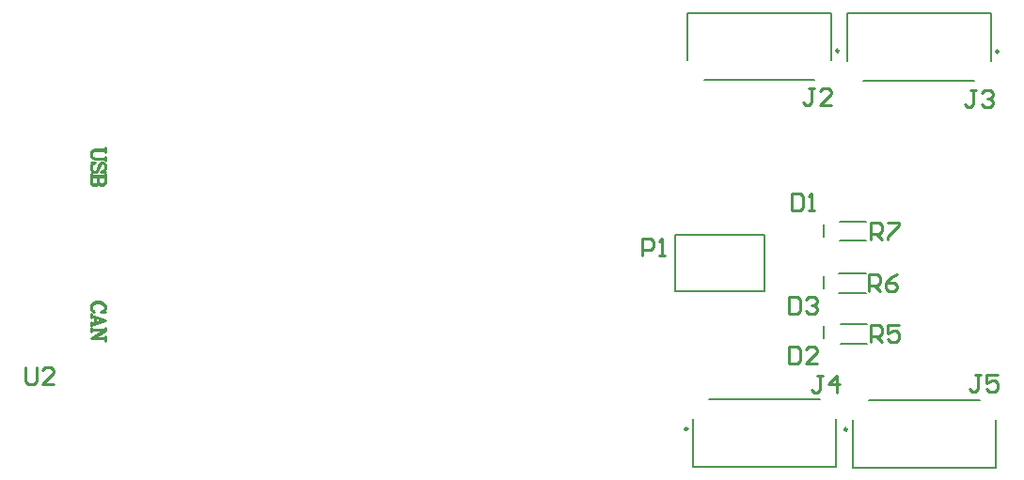
<source format=gbr>
%TF.GenerationSoftware,Altium Limited,Altium Designer,25.4.2 (15)*%
G04 Layer_Color=65535*
%FSLAX45Y45*%
%MOMM*%
%TF.SameCoordinates,2A578F6B-C5BA-4798-A6F5-255D53479D73*%
%TF.FilePolarity,Positive*%
%TF.FileFunction,Legend,Top*%
%TF.Part,Single*%
G01*
G75*
%TA.AperFunction,NonConductor*%
%ADD44C,0.25000*%
%ADD45C,0.20000*%
%ADD46C,0.25400*%
%ADD47R,0.20000X1.20000*%
D44*
X7651700Y3930800D02*
G03*
X7651700Y3930800I-12500J0D01*
G01*
X9090626Y3924200D02*
G03*
X9090626Y3924200I-12500J0D01*
G01*
X6288674Y522900D02*
G03*
X6288674Y522900I-12500J0D01*
G01*
X7727600Y517400D02*
G03*
X7727600Y517400I-12500J0D01*
G01*
D45*
X7655964Y2391707D02*
X7897177D01*
X7655964Y2220493D02*
X7897177D01*
X7651793Y1921807D02*
X7893007D01*
X7651793Y1750593D02*
X7893007D01*
X7664493Y1464607D02*
X7905707D01*
X7664493Y1293393D02*
X7905707D01*
X6978625Y1760000D02*
Y2268000D01*
X6178625Y1760000D02*
X6978625D01*
X6178625D02*
Y2268000D01*
X6978625D01*
X6289200Y4273300D02*
X7579200D01*
Y3843300D02*
Y4273300D01*
X6435200Y3666300D02*
X7433200D01*
X6289200Y3843300D02*
Y4273300D01*
X7728126Y4266700D02*
X9018126D01*
Y3836700D02*
Y4266700D01*
X7874126Y3659700D02*
X8872126D01*
X7728126Y3836700D02*
Y4266700D01*
X6336174Y180400D02*
X7626174D01*
X6336174D02*
Y610400D01*
X6482174Y787400D02*
X7480174D01*
X7626174Y180400D02*
Y610400D01*
X7775100Y174900D02*
X9065100D01*
X7775100D02*
Y604900D01*
X7921100Y781900D02*
X8919100D01*
X9065100Y174900D02*
Y604900D01*
D46*
X1041873Y3043260D02*
X951178D01*
X933039Y3037214D01*
X920946Y3025121D01*
X914900Y3006982D01*
Y2994890D01*
X920946Y2976751D01*
X933039Y2964658D01*
X951178Y2958612D01*
X1041873D01*
Y3037214D02*
X951178D01*
X933039Y3031168D01*
X920946Y3019075D01*
X914900Y3006982D01*
X1041873Y3061399D02*
Y3019075D01*
Y2976751D02*
Y2940473D01*
X1023734Y2846755D02*
X1041873Y2840708D01*
X1005595D01*
X1023734Y2846755D01*
X1035826Y2858847D01*
X1041873Y2876986D01*
Y2895125D01*
X1035826Y2913264D01*
X1023734Y2925357D01*
X1011641D01*
X999549Y2919311D01*
X993502Y2913264D01*
X987456Y2901171D01*
X975363Y2864894D01*
X969317Y2852801D01*
X957224Y2840708D01*
X1011641Y2925357D02*
X999549Y2913264D01*
X993502Y2901171D01*
X981410Y2864894D01*
X975363Y2852801D01*
X969317Y2846755D01*
X957224Y2840708D01*
X933039D01*
X920946Y2852801D01*
X914900Y2870940D01*
Y2889079D01*
X920946Y2907218D01*
X933039Y2919311D01*
X951178Y2925357D01*
X914900D01*
X933039Y2919311D01*
X1041873Y2803826D02*
X914900D01*
X1041873Y2797779D02*
X914900D01*
X1041873Y2821965D02*
Y2749409D01*
X1035826Y2731270D01*
X1029780Y2725223D01*
X1017688Y2719177D01*
X1005595D01*
X993502Y2725223D01*
X987456Y2731270D01*
X981410Y2749409D01*
X1041873D02*
X1035826Y2737316D01*
X1029780Y2731270D01*
X1017688Y2725223D01*
X1005595D01*
X993502Y2731270D01*
X987456Y2737316D01*
X981410Y2749409D01*
Y2797779D02*
Y2749409D01*
X975363Y2731270D01*
X969317Y2725223D01*
X957224Y2719177D01*
X939085D01*
X926993Y2725223D01*
X920946Y2731270D01*
X914900Y2749409D01*
Y2821965D01*
X981410Y2749409D02*
X975363Y2737316D01*
X969317Y2731270D01*
X957224Y2725223D01*
X939085D01*
X926993Y2731270D01*
X920946Y2737316D01*
X914900Y2749409D01*
X1023734Y1583090D02*
X1005594Y1577043D01*
X1041872D01*
X1023734Y1583090D01*
X1035826Y1595182D01*
X1041872Y1613321D01*
Y1625414D01*
X1035826Y1643553D01*
X1023734Y1655645D01*
X1011641Y1661692D01*
X993502Y1667738D01*
X963270D01*
X945131Y1661692D01*
X933039Y1655645D01*
X920946Y1643553D01*
X914900Y1625414D01*
Y1613321D01*
X920946Y1595182D01*
X933039Y1583090D01*
X945131Y1577043D01*
X1041872Y1625414D02*
X1035826Y1637507D01*
X1023734Y1649599D01*
X1011641Y1655645D01*
X993502Y1661692D01*
X963270D01*
X945131Y1655645D01*
X933039Y1649599D01*
X920946Y1637507D01*
X914900Y1625414D01*
X1041872Y1504487D02*
X914900Y1546811D01*
X1041872Y1504487D02*
X914900Y1462163D01*
X1023734Y1504487D02*
X914900Y1468209D01*
X951178Y1534719D02*
Y1480302D01*
X914900Y1558904D02*
Y1522626D01*
Y1486348D02*
Y1450070D01*
X1041872Y1415606D02*
X914900D01*
X1041872Y1409560D02*
X926992Y1337004D01*
X1029780Y1409560D02*
X914900Y1337004D01*
X1041872D02*
X914900D01*
X1041872Y1433745D02*
Y1409560D01*
Y1355143D02*
Y1318865D01*
X914900Y1433745D02*
Y1397467D01*
X5880133Y2082225D02*
Y2234575D01*
X5956308D01*
X5981700Y2209184D01*
Y2158400D01*
X5956308Y2133008D01*
X5880133D01*
X6032484Y2082225D02*
X6083267D01*
X6057876D01*
Y2234575D01*
X6032484Y2209184D01*
X7937541Y1302825D02*
Y1455175D01*
X8013717D01*
X8039108Y1429784D01*
Y1379000D01*
X8013717Y1353608D01*
X7937541D01*
X7988325D02*
X8039108Y1302825D01*
X8191459Y1455175D02*
X8089892D01*
Y1379000D01*
X8140675Y1404392D01*
X8166067D01*
X8191459Y1379000D01*
Y1328217D01*
X8166067Y1302825D01*
X8115284D01*
X8089892Y1328217D01*
X7924841Y1760025D02*
Y1912375D01*
X8001017D01*
X8026408Y1886984D01*
Y1836200D01*
X8001017Y1810808D01*
X7924841D01*
X7975625D02*
X8026408Y1760025D01*
X8178759Y1912375D02*
X8127975Y1886984D01*
X8077192Y1836200D01*
Y1785417D01*
X8102584Y1760025D01*
X8153367D01*
X8178759Y1785417D01*
Y1810808D01*
X8153367Y1836200D01*
X8077192D01*
X7429508Y3588775D02*
X7378725D01*
X7404117D01*
Y3461817D01*
X7378725Y3436425D01*
X7353333D01*
X7327941Y3461817D01*
X7581859Y3436425D02*
X7480292D01*
X7581859Y3537992D01*
Y3563384D01*
X7556467Y3588775D01*
X7505684D01*
X7480292Y3563384D01*
X8890008Y3576075D02*
X8839225D01*
X8864617D01*
Y3449117D01*
X8839225Y3423725D01*
X8813833D01*
X8788441Y3449117D01*
X8940792Y3550684D02*
X8966184Y3576075D01*
X9016967D01*
X9042359Y3550684D01*
Y3525292D01*
X9016967Y3499900D01*
X8991575D01*
X9016967D01*
X9042359Y3474508D01*
Y3449117D01*
X9016967Y3423725D01*
X8966184D01*
X8940792Y3449117D01*
X7505708Y997975D02*
X7454925D01*
X7480317D01*
Y871017D01*
X7454925Y845625D01*
X7429533D01*
X7404141Y871017D01*
X7632667Y845625D02*
Y997975D01*
X7556492Y921800D01*
X7658059D01*
X8928108Y1010675D02*
X8877325D01*
X8902717D01*
Y883717D01*
X8877325Y858325D01*
X8851933D01*
X8826541Y883717D01*
X9080459Y1010675D02*
X8978892D01*
Y934500D01*
X9029675Y959892D01*
X9055067D01*
X9080459Y934500D01*
Y883717D01*
X9055067Y858325D01*
X9004284D01*
X8978892Y883717D01*
X7226333Y2640975D02*
Y2488625D01*
X7302508D01*
X7327900Y2514017D01*
Y2615584D01*
X7302508Y2640975D01*
X7226333D01*
X7378684Y2488625D02*
X7429467D01*
X7404076D01*
Y2640975D01*
X7378684Y2615584D01*
X7204341Y1264675D02*
Y1112325D01*
X7280517D01*
X7305908Y1137717D01*
Y1239284D01*
X7280517Y1264675D01*
X7204341D01*
X7458259Y1112325D02*
X7356692D01*
X7458259Y1213892D01*
Y1239284D01*
X7432867Y1264675D01*
X7382084D01*
X7356692Y1239284D01*
X7197541Y1709175D02*
Y1556825D01*
X7273716D01*
X7299108Y1582217D01*
Y1683784D01*
X7273716Y1709175D01*
X7197541D01*
X7349892Y1683784D02*
X7375284Y1709175D01*
X7426067D01*
X7451459Y1683784D01*
Y1658392D01*
X7426067Y1633000D01*
X7400675D01*
X7426067D01*
X7451459Y1607608D01*
Y1582217D01*
X7426067Y1556825D01*
X7375284D01*
X7349892Y1582217D01*
X7941712Y2229925D02*
Y2382275D01*
X8017887D01*
X8043279Y2356884D01*
Y2306100D01*
X8017887Y2280708D01*
X7941712D01*
X7992495D02*
X8043279Y2229925D01*
X8094063Y2382275D02*
X8195630D01*
Y2356884D01*
X8094063Y2255317D01*
Y2229925D01*
X330241Y1074175D02*
Y947217D01*
X355633Y921825D01*
X406417D01*
X431808Y947217D01*
Y1074175D01*
X584159Y921825D02*
X482592D01*
X584159Y1023392D01*
Y1048784D01*
X558767Y1074175D01*
X507984D01*
X482592Y1048784D01*
D47*
X7517900Y2306100D02*
D03*
Y1391700D02*
D03*
Y1836200D02*
D03*
%TF.MD5,b51b53f9c5e74749bc74d856e3318e49*%
M02*

</source>
